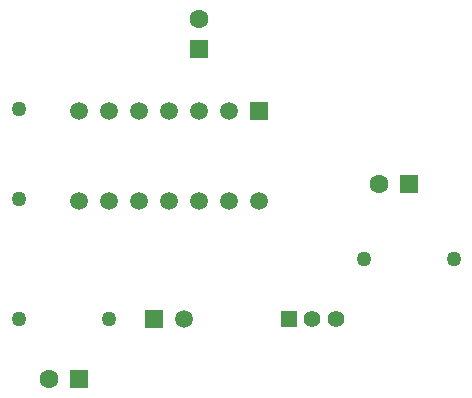
<source format=gbl>
G04 DipTrace 2.4.0.2*
%INBottom.gbl*%
%MOIN*%
%ADD15R,0.0591X0.0591*%
%ADD16C,0.0591*%
%ADD17C,0.05*%
%ADD18C,0.05*%
%ADD19C,0.063*%
%ADD20R,0.063X0.063*%
%ADD21R,0.0551X0.0551*%
%ADD22C,0.0551*%
%FSLAX44Y44*%
G04*
G70*
G90*
G75*
G01*
%LNBottom*%
%LPD*%
D15*
X9940Y6940D3*
D16*
X10940D3*
D15*
X13440Y13877D3*
D16*
X12440D3*
X11440D3*
X10440D3*
X9440D3*
X8440D3*
X7440D3*
Y10877D3*
X8440D3*
X9440D3*
X10440D3*
X11440D3*
X12440D3*
X13440D3*
D17*
X5440Y6940D3*
D18*
X8440D3*
D19*
X11440Y16940D3*
D20*
Y15940D3*
D17*
X16940Y8940D3*
D18*
X19940D3*
D17*
X5440Y13940D3*
D18*
Y10940D3*
D19*
X6440Y4940D3*
D20*
X7440D3*
D19*
X17440Y11440D3*
D20*
X18440D3*
D21*
X14440Y6940D3*
D22*
X15227D3*
X16015D3*
M02*

</source>
